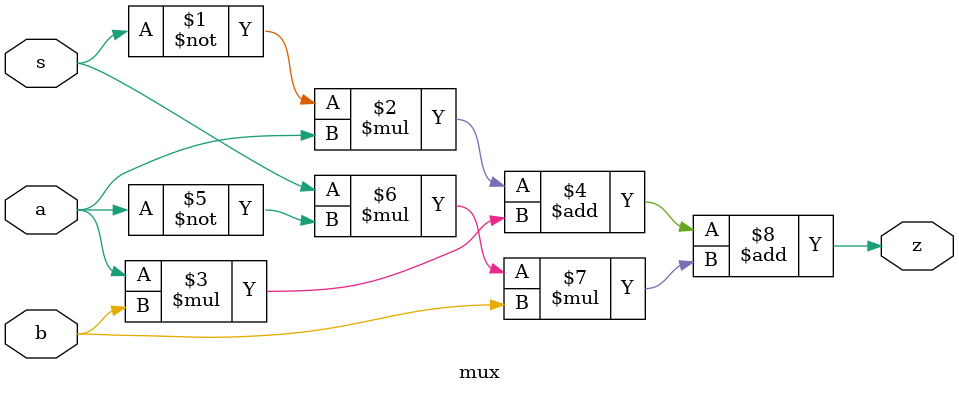
<source format=v>
`timescale 1ns / 1ps


module mux(
    input a,
    input b,
    input s,
    output z
    );
    
    assign z = (~s) * a + a * b + s * (~a) * b;
endmodule

</source>
